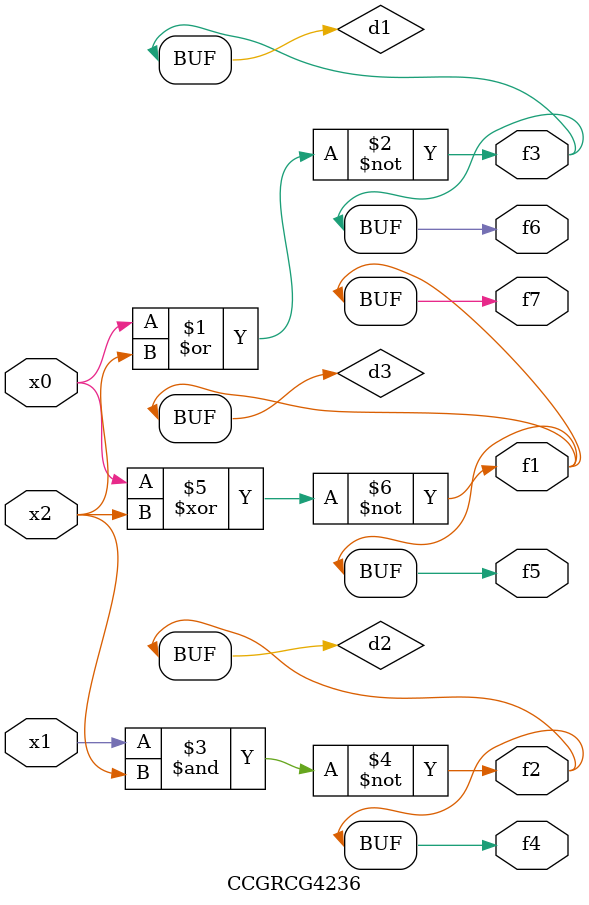
<source format=v>
module CCGRCG4236(
	input x0, x1, x2,
	output f1, f2, f3, f4, f5, f6, f7
);

	wire d1, d2, d3;

	nor (d1, x0, x2);
	nand (d2, x1, x2);
	xnor (d3, x0, x2);
	assign f1 = d3;
	assign f2 = d2;
	assign f3 = d1;
	assign f4 = d2;
	assign f5 = d3;
	assign f6 = d1;
	assign f7 = d3;
endmodule

</source>
